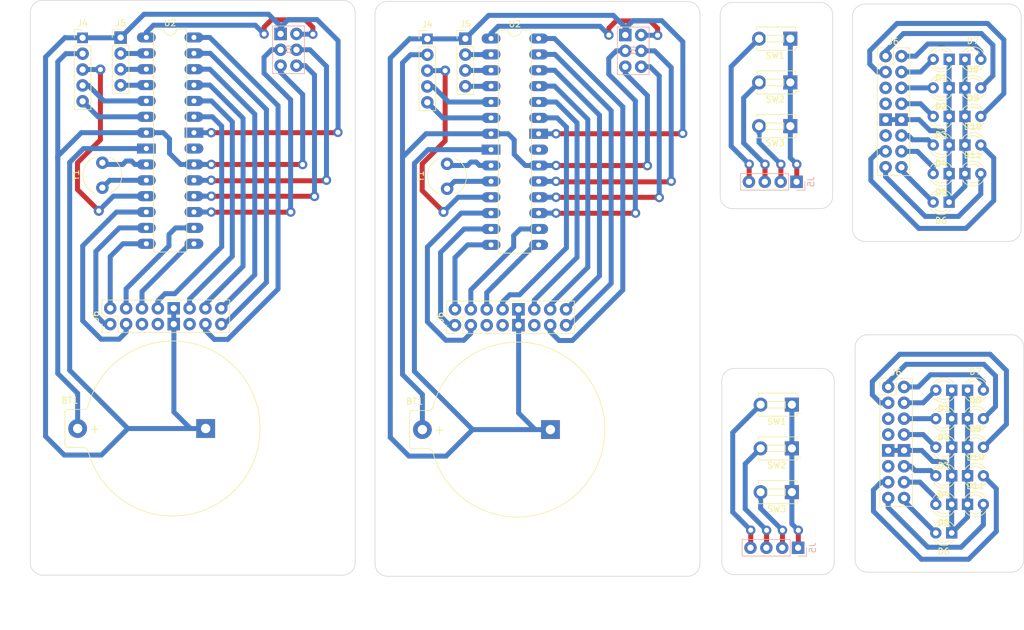
<source format=kicad_pcb>
(kicad_pcb (version 20240108) (generator "pcbnew") (generator_version "8.0")
  (title_block (title "Leiterplattenplan Binäruhr V5") (date "2024-02-01"))
  (layers (0 "F.Cu" signal) (31 "B.Cu" signal) (34 "B.Paste" user) (35 "F.Paste" user) (36 "B.SilkS" user "B.Silkscreen") (37 "F.SilkS" user "F.Silkscreen") (38 "B.Mask" user) (39 "F.Mask" user) (44 "Edge.Cuts" user))
  (net 0 "")
  (footprint "LED_THT:LED_D3.0mm" (layer "F.Cu") (at 215.879214 129.7975 180)
    (property "Reference" "D1")
    (property "Value" "LED")
  )
  (footprint "ownlibery:SW_PUSH_THT_6.2x6.2_5mm" (layer "F.Cu") (at 191.298238 132.1244 180)
    (property "Reference" "SW1")
    (property "Value" "SW_Push" (hide yes))
  )
  (footprint "LED_THT:LED_D3.0mm" (layer "F.Cu") (at 218.409214 148.0855)
    (property "Reference" "D11")
    (property "Value" "LED")
  )
  (footprint "LED_THT:LED_D3.0mm" (layer "F.Cu") (at 217.995 95.144)
    (property "Reference" "D11")
    (property "Value" "LED")
  )
  (footprint "LED_THT:LED_D3.0mm" (layer "F.Cu") (at 215.465 76.856 180)
    (property "Reference" "D1")
    (property "Value" "LED")
  )
  (footprint "LED_THT:LED_D3.0mm" (layer "F.Cu") (at 218.414214 138.9415)
    (property "Reference" "D9")
    (property "Value" "LED")
  )
  (footprint "Battery:BatteryHolder_Keystone_106_1x20mm" (layer "F.Cu") (at 131.166886 136.115786)
    (property "Reference" "BT1")
    (property "Value" "3V")
  )
  (footprint "LED_THT:LED_D3.0mm" (layer "F.Cu") (at 215.46 95.144 180)
    (property "Reference" "D5")
    (property "Value" "LED")
  )
  (footprint "ownlibery:SW_PUSH_THT_6.2x6.2_5mm" (layer "F.Cu") (at 191.298238 139.1244 180)
    (property "Reference" "SW2")
    (property "Value" "SW_Push" (hide yes))
  )
  (footprint "LED_THT:LED_D3.0mm" (layer "F.Cu") (at 215.879214 143.5135 180)
    (property "Reference" "D4")
    (property "Value" "LED")
  )
  (footprint "Package_DIP:DIP-28_W7.62mm" (layer "F.Cu") (at 86.985714 73.358614)
    (property "Reference" "U2")
    (property "Value" "ATmega48-20P")
  )
  (footprint "Connector_PinHeader_2.54mm:PinHeader_2x08_P2.54mm_Vertical" (layer "F.Cu") (at 205.3 76.348)
    (property "Reference" "J6")
    (property "Value" "PinHeader_2x08_P2.54mm_Vertical")
  )
  (footprint "LED_THT:LED_D3.0mm" (layer "F.Cu") (at 215.465 86 180)
    (property "Reference" "D3")
    (property "Value" "LED")
  )
  (footprint "ownlibery:SW_PUSH_THT_6.2x6.2_5mm" (layer "F.Cu") (at 191.298238 146.1244 180)
    (property "Reference" "SW3")
    (property "Value" "SW_Push" (hide yes))
  )
  (footprint "Connector_PinHeader_2.54mm:PinHeader_1x04_P2.54mm_Vertical" (layer "F.Cu") (at 82.870914 73.384014)
    (property "Reference" "J5")
    (property "Value" "PinHeader_1x04_P2.54mm_Vertical")
  )
  (footprint "LED_THT:LED_D3.0mm" (layer "F.Cu") (at 215.879214 138.9415 180)
    (property "Reference" "D3")
    (property "Value" "LED")
  )
  (footprint "LED_THT:LED_D3.0mm" (layer "F.Cu") (at 218.414214 143.5135)
    (property "Reference" "D10")
    (property "Value" "LED")
  )
  (footprint "LED_THT:LED_D3.0mm" (layer "F.Cu") (at 218 76.856)
    (property "Reference" "D7")
    (property "Value" "LED")
  )
  (footprint "LED_THT:LED_D3.0mm" (layer "F.Cu") (at 215.46 81.428 180)
    (property "Reference" "D2")
    (property "Value" "LED")
  )
  (footprint "Connector_PinHeader_2.54mm:PinHeader_1x05_P2.54mm_Vertical" (layer "F.Cu") (at 131.958886 73.585786)
    (property "Reference" "J4")
    (property "Value" "PinHeader_1x05_P2.54mm_Vertical")
  )
  (footprint "Package_DIP:DIP-28_W7.62mm" (layer "F.Cu") (at 142.157286 73.530186)
    (property "Reference" "U2")
    (property "Value" "ATmega48-20P")
  )
  (footprint "Inductor_THT:L_Radial_D6.0mm_P4.00mm" (layer "F.Cu") (at 135.121486 97.577386 90)
    (property "Reference" "Y1")
    (property "Value" "Crystal")
  )
  (footprint "LED_THT:LED_D3.0mm" (layer "F.Cu") (at 215.46 99.716 180)
    (property "Reference" "D6")
    (property "Value" "LED")
  )
  (footprint "LED_THT:LED_D3.0mm" (layer "F.Cu") (at 218.414214 129.7975)
    (property "Reference" "D7")
    (property "Value" "LED")
  )
  (footprint "LED_THT:LED_D3.0mm" (layer "F.Cu") (at 218 86)
    (property "Reference" "D9")
    (property "Value" "LED")
  )
  (footprint "ownlibery:SW_PUSH_THT_6.2x6.2_5mm" (layer "F.Cu") (at 191.048238 87.5544 180)
    (property "Reference" "SW3")
    (property "Value" "SW_Push" (hide yes))
  )
  (footprint "LED_THT:LED_D3.0mm" (layer "F.Cu") (at 215.874214 152.6575 180)
    (property "Reference" "D6")
    (property "Value" "LED")
  )
  (footprint "Battery:BatteryHolder_Keystone_106_1x20mm" (layer "F.Cu") (at 75.995314 135.944214)
    (property "Reference" "BT1")
    (property "Value" "3V")
  )
  (footprint "LED_THT:LED_D3.0mm" (layer "F.Cu") (at 217.995 81.428)
    (property "Reference" "D8")
    (property "Value" "LED")
  )
  (footprint "Connector_PinHeader_2.54mm:PinHeader_2x08_P2.54mm_Vertical" (layer "F.Cu") (at 81.209514 119.236014 90)
    (property "Reference" "J6")
    (property "Value" "PinHeader_2x08_P2.54mm_Vertical")
  )
  (footprint "LED_THT:LED_D3.0mm" (layer "F.Cu") (at 215.874214 148.0855 180)
    (property "Reference" "D5")
    (property "Value" "LED")
  )
  (footprint "Connector_PinHeader_2.54mm:PinHeader_2x08_P2.54mm_Vertical" (layer "F.Cu") (at 136.381086 119.407586 90)
    (property "Reference" "J6")
    (property "Value" "PinHeader_2x08_P2.54mm_Vertical")
  )
  (footprint "Connector_PinHeader_2.54mm:PinHeader_1x04_P2.54mm_Vertical" (layer "F.Cu") (at 138.042486 73.555586)
    (property "Reference" "J5")
    (property "Value" "PinHeader_1x04_P2.54mm_Vertical")
  )
  (footprint "ownlibery:SW_PUSH_THT_6.2x6.2_5mm" (layer "F.Cu") (at 191.048238 80.5544 180)
    (property "Reference" "SW2")
    (property "Value" "SW_Push" (hide yes))
  )
  (footprint "Inductor_THT:L_Radial_D6.0mm_P4.00mm" (layer "F.Cu") (at 79.949914 97.405814 90)
    (property "Reference" "Y1")
    (property "Value" "Crystal")
  )
  (footprint "Connector_PinHeader_2.54mm:PinHeader_2x08_P2.54mm_Vertical" (layer "F.Cu") (at 205.714214 129.2895)
    (property "Reference" "J6")
    (property "Value" "PinHeader_2x08_P2.54mm_Vertical")
  )
  (footprint "LED_THT:LED_D3.0mm" (layer "F.Cu") (at 215.874214 134.3695 180)
    (property "Reference" "D2")
    (property "Value" "LED")
  )
  (footprint "LED_THT:LED_D3.0mm" (layer "F.Cu") (at 218 90.572)
    (property "Reference" "D10")
    (property "Value" "LED")
  )
  (footprint "Connector_PinHeader_2.54mm:PinHeader_1x05_P2.54mm_Vertical" (layer "F.Cu") (at 76.787314 73.414214)
    (property "Reference" "J4")
    (property "Value" "PinHeader_1x05_P2.54mm_Vertical")
  )
  (footprint "LED_THT:LED_D3.0mm" (layer "F.Cu") (at 215.465 90.572 180)
    (property "Reference" "D4")
    (property "Value" "LED")
  )
  (footprint "LED_THT:LED_D3.0mm" (layer "F.Cu") (at 218.409214 134.3695)
    (property "Reference" "D8")
    (property "Value" "LED")
  )
  (footprint "ownlibery:SW_PUSH_THT_6.2x6.2_5mm" (layer "F.Cu") (at 191.048238 73.5544 180)
    (property "Reference" "SW1")
    (property "Value" "SW_Push" (hide yes))
  )
  (footprint "AVR-ISP:AVR-ISP" (layer "B.Cu") (at 109.74 75.33 90)
    (property "Reference" "U1")
    (property "Value" "AVR-ISP")
  )
  (footprint "Connector_PinHeader_2.54mm:PinHeader_1x04_P2.54mm_Vertical" (layer "B.Cu") (at 191.0458 96.4592 90)
    (property "Reference" "J5")
    (property "Value" "PinHeader_1x04_P2.54mm_Vertical")
  )
  (footprint "Connector_PinHeader_2.54mm:PinHeader_1x04_P2.54mm_Vertical" (layer "B.Cu") (at 191.2958 155.0292 90)
    (property "Reference" "J5")
    (property "Value" "PinHeader_1x04_P2.54mm_Vertical")
  )
  (footprint "AVR-ISP:AVR-ISP" (layer "B.Cu") (at 164.911572 75.501572 90)
    (property "Reference" "U1")
    (property "Value" "AVR-ISP")
  )
  (gr_arc (start 68.414214 69.414214) (mid 69 68) (end 70.414214 67.414214) (stroke (width 0.1)) (layer "Edge.Cuts"))
  (gr_line (start 178.83 98.76) (end 178.83 69.76) (stroke (width 0.1)) (layer "Edge.Cuts"))
  (gr_line (start 120.414214 69.414214) (end 120.414214 157.414214) (stroke (width 0.1)) (layer "Edge.Cuts"))
  (gr_arc (start 70.414214 159.414214) (mid 69 158.828428) (end 68.414214 157.414214) (stroke (width 0.1)) (layer "Edge.Cuts"))
  (gr_line (start 194.83 100.76) (end 180.83 100.76) (stroke (width 0.1)) (layer "Edge.Cuts"))
  (gr_line (start 123.585786 69.585786) (end 123.585786 157.585786) (stroke (width 0.1)) (layer "Edge.Cuts"))
  (gr_arc (start 196.83 98.76) (mid 196.244218 100.174218) (end 194.83 100.76) (stroke (width 0.1)) (layer "Edge.Cuts"))
  (gr_arc (start 173.585786 67.585786) (mid 174.99999 68.171582) (end 175.585786 69.585786) (stroke (width 0.1)) (layer "Edge.Cuts"))
  (gr_line (start 70.414214 159.414214) (end 118.414214 159.414214) (stroke (width 0.1)) (layer "Edge.Cuts"))
  (gr_arc (start 181.08 159.33) (mid 179.665796 158.744204) (end 179.08 157.33) (stroke (width 0.1)) (layer "Edge.Cuts"))
  (gr_arc (start 197.08 157.33) (mid 196.494218 158.744218) (end 195.08 159.33) (stroke (width 0.1)) (layer "Edge.Cuts"))
  (gr_line (start 202 68) (end 225 68) (stroke (width 0.1)) (layer "Edge.Cuts"))
  (gr_line (start 195.08 159.33) (end 181.08 159.33) (stroke (width 0.1)) (layer "Edge.Cuts"))
  (gr_line (start 202 106) (end 225 106) (stroke (width 0.1)) (layer "Edge.Cuts"))
  (gr_arc (start 179.08 128.33) (mid 179.665791 126.915791) (end 181.08 126.33) (stroke (width 0.1)) (layer "Edge.Cuts"))
  (gr_line (start 175.585786 69.585786) (end 175.585786 157.585786) (stroke (width 0.1)) (layer "Edge.Cuts"))
  (gr_line (start 125.585786 159.585786) (end 173.585786 159.585786) (stroke (width 0.1)) (layer "Edge.Cuts"))
  (gr_arc (start 125.585786 159.585786) (mid 124.171562 159.00001) (end 123.585786 157.585786) (stroke (width 0.1)) (layer "Edge.Cuts"))
  (gr_line (start 179.08 157.33) (end 179.08 128.33) (stroke (width 0.1)) (layer "Edge.Cuts"))
  (gr_line (start 173.585786 67.585786) (end 125.585786 67.585786) (stroke (width 0.1)) (layer "Edge.Cuts"))
  (gr_arc (start 123.585786 69.585786) (mid 124.171568 68.171568) (end 125.585786 67.585786) (stroke (width 0.1)) (layer "Edge.Cuts"))
  (gr_arc (start 195.08 126.33) (mid 196.494224 126.915776) (end 197.08 128.33) (stroke (width 0.1)) (layer "Edge.Cuts"))
  (gr_line (start 197.08 128.33) (end 197.08 157.33) (stroke (width 0.1)) (layer "Edge.Cuts"))
  (gr_arc (start 200 70) (mid 200.585789 68.585789) (end 202 68) (stroke (width 0.1)) (layer "Edge.Cuts"))
  (gr_arc (start 120.414214 157.414214) (mid 119.828428 158.828428) (end 118.414214 159.414214) (stroke (width 0.1)) (layer "Edge.Cuts"))
  (gr_arc (start 225 68) (mid 226.414207 68.585793) (end 227 70) (stroke (width 0.1)) (layer "Edge.Cuts"))
  (gr_arc (start 194.83 67.76) (mid 196.244224 68.345776) (end 196.83 69.76) (stroke (width 0.1)) (layer "Edge.Cuts"))
  (gr_arc (start 225.414214 120.9415) (mid 226.828428 121.527286) (end 227.414214 122.9415) (stroke (width 0.1)) (layer "Edge.Cuts"))
  (gr_line (start 118.414214 67.414214) (end 70.414214 67.414214) (stroke (width 0.1)) (layer "Edge.Cuts"))
  (gr_arc (start 202 106) (mid 200.585779 105.414221) (end 200 104) (stroke (width 0.1)) (layer "Edge.Cuts"))
  (gr_line (start 181.08 126.33) (end 195.080001 126.329999) (stroke (width 0.1)) (layer "Edge.Cuts"))
  (gr_arc (start 202.414214 158.9415) (mid 201 158.355714) (end 200.414214 156.9415) (stroke (width 0.1)) (layer "Edge.Cuts"))
  (gr_line (start 196.83 69.76) (end 196.83 98.76) (stroke (width 0.1)) (layer "Edge.Cuts"))
  (gr_line (start 202.414214 120.9415) (end 225.414214 120.9415) (stroke (width 0.1)) (layer "Edge.Cuts"))
  (gr_arc (start 227 104) (mid 226.414216 105.414216) (end 225 106) (stroke (width 0.1)) (layer "Edge.Cuts"))
  (gr_line (start 68.414214 69.414214) (end 68.414214 157.414214) (stroke (width 0.1)) (layer "Edge.Cuts"))
  (gr_line (start 200 104) (end 200 70) (stroke (width 0.1)) (layer "Edge.Cuts"))
  (gr_line (start 202.414214 158.9415) (end 225.414214 158.9415) (stroke (width 0.1)) (layer "Edge.Cuts"))
  (gr_line (start 200.414214 156.9415) (end 200.414214 122.9415) (stroke (width 0.1)) (layer "Edge.Cuts"))
  (gr_arc (start 180.83 100.76) (mid 179.415796 100.174204) (end 178.83 98.76) (stroke (width 0.1)) (layer "Edge.Cuts"))
  (gr_arc (start 227.414214 156.9415) (mid 226.828428 158.355714) (end 225.414214 158.9415) (stroke (width 0.1)) (layer "Edge.Cuts"))
  (gr_arc (start 178.83 69.76) (mid 179.415791 68.345791) (end 180.83 67.76) (stroke (width 0.1)) (layer "Edge.Cuts"))
  (gr_arc (start 118.414214 67.414214) (mid 119.82842 68.000007) (end 120.414214 69.414214) (stroke (width 0.1)) (layer "Edge.Cuts"))
  (gr_arc (start 200.414214 122.9415) (mid 201 121.527286) (end 202.414214 120.9415) (stroke (width 0.1)) (layer "Edge.Cuts"))
  (gr_line (start 227.414214 122.9415) (end 227.414214 156.9415) (stroke (width 0.1)) (layer "Edge.Cuts"))
  (gr_line (start 227 70) (end 227 104) (stroke (width 0.1)) (layer "Edge.Cuts"))
  (gr_line (start 180.83 67.76) (end 194.830001 67.759999) (stroke (width 0.1)) (layer "Edge.Cuts"))
  (gr_arc (start 175.585786 157.585786) (mid 174.999995 158.999995) (end 173.585786 159.585786) (stroke (width 0.1)) (layer "Edge.Cuts"))
  (segment (start 188.7558 155.0292) (end 188.7912 154.9938) (width 0.8) (layer "F.Cu") (net 0))
  (segment (start 152.563886 93.855786) (end 152.558286 93.850186) (width 0.8) (layer "F.Cu") (net 0))
  (segment (start 97.381114 88.594214) (end 117.596714 88.594214) (width 0.8) (layer "F.Cu") (net 0))
  (segment (start 79.382014 101.108914) (end 75.967314 97.694214) (width 0.8) (layer "F.Cu") (net 0))
  (segment (start 105.84 71.7) (end 107 70.54) (width 0.8) (layer "F.Cu") (net 0))
  (segment (start 152.548286 88.770186) (end 152.552686 88.765786) (width 0.8) (layer "F.Cu") (net 0))
  (segment (start 168.811572 71.911572) (end 168.811572 73.011572) (width 0.8) (layer "F.Cu") (net 0))
  (segment (start 113.64 71.74) (end 113.64 72.84) (width 0.8) (layer "F.Cu") (net 0))
  (segment (start 79.637314 89.734214) (end 79.637314 78.494214) (width 0.8) (layer "F.Cu") (net 0))
  (segment (start 152.548286 101.470186) (end 152.573686 101.495586) (width 0.8) (layer "F.Cu") (net 0))
  (segment (start 188.7912 154.9938) (end 188.7912 152.2342) (width 0.8) (layer "F.Cu") (net 0))
  (segment (start 188.5412 96.4238) (end 188.5412 93.6642) (width 0.8) (layer "F.Cu") (net 0))
  (segment (start 186.0012 96.4238) (end 186.0012 93.6642) (width 0.8) (layer "F.Cu") (net 0))
  (segment (start 97.402114 101.324014) (end 110.075986 101.324014) (width 0.8) (layer "F.Cu") (net 0))
  (segment (start 152.552686 88.765786) (end 172.768286 88.765786) (width 0.8) (layer "F.Cu") (net 0))
  (segment (start 183.4258 96.4592) (end 183.4612 96.4238) (width 0.8) (layer "F.Cu") (net 0))
  (segment (start 117.596714 88.594214) (end 117.646714 88.544214) (width 0.8) (layer "F.Cu") (net 0))
  (segment (start 162.171572 70.711572) (end 167.611572 70.711572) (width 0.8) (layer "F.Cu") (net 0))
  (segment (start 167.171572 93.871572) (end 167.155786 93.855786) (width 0.8) (layer "F.Cu") (net 0))
  (segment (start 111.984214 93.684214) (end 97.392314 93.684214) (width 0.8) (layer "F.Cu") (net 0))
  (segment (start 107 70.54) (end 112.44 70.54) (width 0.8) (layer "F.Cu") (net 0))
  (segment (start 183.6758 155.0292) (end 183.7112 154.9938) (width 0.8) (layer "F.Cu") (net 0))
  (segment (start 75.967314 93.404214) (end 79.637314 89.734214) (width 0.8) (layer "F.Cu") (net 0))
  (segment (start 112.44 70.54) (end 113.64 71.74) (width 0.8) (layer "F.Cu") (net 0))
  (segment (start 115.816714 96.2) (end 115.7225 96.294214) (width 0.8) (layer "F.Cu") (net 0))
  (segment (start 152.573686 101.495586) (end 165.247558 101.495586) (width 0.8) (layer "F.Cu") (net 0))
  (segment (start 170.894072 96.465786) (end 152.623886 96.465786) (width 0.8) (layer "F.Cu") (net 0))
  (segment (start 105.84 72.81) (end 105.84 71.7) (width 0.8) (layer "F.Cu") (net 0))
  (segment (start 188.5058 96.4592) (end 188.5412 96.4238) (width 0.8) (layer "F.Cu") (net 0))
  (segment (start 134.553586 101.280486) (end 131.138886 97.865786) (width 0.8) (layer "F.Cu") (net 0))
  (segment (start 183.4612 96.4238) (end 183.4612 93.6388) (width 0.8) (layer "F.Cu") (net 0))
  (segment (start 161.011572 71.871572) (end 162.171572 70.711572) (width 0.8) (layer "F.Cu") (net 0))
  (segment (start 97.392314 93.684214) (end 97.386714 93.678614) (width 0.8) (layer "F.Cu") (net 0))
  (segment (start 115.7225 96.294214) (end 97.452314 96.294214) (width 0.8) (layer "F.Cu") (net 0))
  (segment (start 161.011572 72.981572) (end 161.011572 71.871572) (width 0.8) (layer "F.Cu") (net 0))
  (segment (start 191.2958 155.0292) (end 191.3312 154.9938) (width 0.8) (layer "F.Cu") (net 0))
  (segment (start 113.874214 98.774214) (end 113.9 98.8) (width 0.8) (layer "F.Cu") (net 0))
  (segment (start 97.376714 101.298614) (end 97.402114 101.324014) (width 0.8) (layer "F.Cu") (net 0))
  (segment (start 186.2512 154.9938) (end 186.2512 152.2342) (width 0.8) (layer "F.Cu") (net 0))
  (segment (start 172.768286 88.765786) (end 172.818286 88.715786) (width 0.8) (layer "F.Cu") (net 0))
  (segment (start 186.2158 155.0292) (end 186.2512 154.9938) (width 0.8) (layer "F.Cu") (net 0))
  (segment (start 167.611572 70.711572) (end 168.811572 71.911572) (width 0.8) (layer "F.Cu") (net 0))
  (segment (start 167.155786 93.855786) (end 152.563886 93.855786) (width 0.8) (layer "F.Cu") (net 0))
  (segment (start 110.075986 101.324014) (end 110.1 101.3) (width 0.8) (layer "F.Cu") (net 0))
  (segment (start 131.138886 97.865786) (end 131.138886 93.575786) (width 0.8) (layer "F.Cu") (net 0))
  (segment (start 75.967314 97.694214) (end 75.967314 93.404214) (width 0.8) (layer "F.Cu") (net 0))
  (segment (start 152.558286 98.930186) (end 152.573886 98.945786) (width 0.8) (layer "F.Cu") (net 0))
  (segment (start 152.623886 96.465786) (end 152.548286 96.390186) (width 0.8) (layer "F.Cu") (net 0))
  (segment (start 191.0458 96.4592) (end 191.0812 96.4238) (width 0.8) (layer "F.Cu") (net 0))
  (segment (start 169.045786 98.945786) (end 169.071572 98.971572) (width 0.8) (layer "F.Cu") (net 0))
  (segment (start 170.988286 96.371572) (end 170.894072 96.465786) (width 0.8) (layer "F.Cu") (net 0))
  (segment (start 112 93.7) (end 111.984214 93.684214) (width 0.8) (layer "F.Cu") (net 0))
  (segment (start 131.138886 93.575786) (end 134.808886 89.905786) (width 0.8) (layer "F.Cu") (net 0))
  (segment (start 185.9658 96.4592) (end 186.0012 96.4238) (width 0.8) (layer "F.Cu") (net 0))
  (segment (start 183.7112 154.9938) (end 183.7112 152.2088) (width 0.8) (layer "F.Cu") (net 0))
  (segment (start 97.402314 98.774214) (end 113.874214 98.774214) (width 0.8) (layer "F.Cu") (net 0))
  (segment (start 191.0812 96.4238) (end 191.0812 93.6642) (width 0.8) (layer "F.Cu") (net 0))
  (segment (start 97.386714 98.758614) (end 97.402314 98.774214) (width 0.8) (layer "F.Cu") (net 0))
  (segment (start 152.573886 98.945786) (end 169.045786 98.945786) (width 0.8) (layer "F.Cu") (net 0))
  (segment (start 165.247558 101.495586) (end 165.271572 101.471572) (width 0.8) (layer "F.Cu") (net 0))
  (segment (start 97.376714 88.598614) (end 97.381114 88.594214) (width 0.8) (layer "F.Cu") (net 0))
  (segment (start 97.452314 96.294214) (end 97.376714 96.218614) (width 0.8) (layer "F.Cu") (net 0))
  (segment (start 134.808886 89.905786) (end 134.808886 78.665786) (width 0.8) (layer "F.Cu") (net 0))
  (segment (start 191.3312 154.9938) (end 191.3312 152.2342) (width 0.8) (layer "F.Cu") (net 0))
  (via (at 183.4612 93.6388) (size 1.5) (drill 0.8) (layers "F.Cu" "B.Cu") (net 0))
  (via (at 170.988286 96.371572) (size 1.5) (drill 0.8) (layers "F.Cu" "B.Cu") (net 0))
  (via (at 167.171572 93.871572) (size 1.5) (drill 0.8) (layers "F.Cu" "B.Cu") (net 0))
  (via (at 117.646714 88.544214) (size 1.5) (drill 0.8) (layers "F.Cu" "B.Cu") (net 0))
  (via (at 152.548286 101.470186) (size 1.5) (drill 0.8) (layers "F.Cu" "B.Cu") (net 0))
  (via (at 134.553586 101.280486) (size 1.6) (drill 0.8) (layers "F.Cu" "B.Cu") (net 0))
  (via (at 186.0012 93.6642) (size 1.5) (drill 0.8) (layers "F.Cu" "B.Cu") (net 0))
  (via (at 152.548286 96.390186) (size 1.5) (drill 0.8) (layers "F.Cu" "B.Cu") (net 0))
  (via (at 97.386714 98.758614) (size 1.5) (drill 0.8) (layers "F.Cu" "B.Cu") (net 0))
  (via (at 188.7912 152.2342) (size 1.5) (drill 0.8) (layers "F.Cu" "B.Cu") (net 0))
  (via (at 134.808886 78.665786) (size 1.6) (drill 0.8) (layers "F.Cu" "B.Cu") (net 0))
  (via (at 186.2512 152.2342) (size 1.5) (drill 0.8) (layers "F.Cu" "B.Cu") (net 0))
  (via (at 79.637314 78.494214) (size 1.6) (drill 0.8) (layers "F.Cu" "B.Cu") (net 0))
  (via (at 97.386714 93.678614) (size 1.5) (drill 0.8) (layers "F.Cu" "B.Cu") (net 0))
  (via (at 168.811572 73.011572) (size 1.5) (drill 0.8) (layers "F.Cu" "B.Cu") (net 0))
  (via (at 183.7112 152.2088) (size 1.5) (drill 0.8) (layers "F.Cu" "B.Cu") (net 0))
  (via (at 105.84 72.81) (size 1.5) (drill 0.8) (layers "F.Cu" "B.Cu") (net 0))
  (via (at 152.548286 88.770186) (size 1.5) (drill 0.8) (layers "F.Cu" "B.Cu") (net 0))
  (via (at 115.816714 96.2) (size 1.5) (drill 0.8) (layers "F.Cu" "B.Cu") (net 0))
  (via (at 97.376714 101.298614) (size 1.5) (drill 0.8) (layers "F.Cu" "B.Cu") (net 0))
  (via (at 79.382014 101.108914) (size 1.6) (drill 0.8) (layers "F.Cu" "B.Cu") (net 0))
  (via (at 113.9 98.8) (size 1.5) (drill 0.8) (layers "F.Cu" "B.Cu") (net 0))
  (via (at 152.558286 98.930186) (size 1.5) (drill 0.8) (layers "F.Cu" "B.Cu") (net 0))
  (via (at 110.1 101.3) (size 1.5) (drill 0.8) (layers "F.Cu" "B.Cu") (net 0))
  (via (at 97.376714 96.218614) (size 1.5) (drill 0.8) (layers "F.Cu" "B.Cu") (net 0))
  (via (at 112 93.7) (size 1.5) (drill 0.8) (layers "F.Cu" "B.Cu") (net 0))
  (via (at 161.011572 72.981572) (size 1.5) (drill 0.8) (layers "F.Cu" "B.Cu") (net 0))
  (via (at 113.64 72.84) (size 1.5) (drill 0.8) (layers "F.Cu" "B.Cu") (net 0))
  (via (at 165.271572 101.471572) (size 1.5) (drill 0.8) (layers "F.Cu" "B.Cu") (net 0))
  (via (at 169.071572 98.971572) (size 1.5) (drill 0.8) (layers "F.Cu" "B.Cu") (net 0))
  (via (at 188.5412 93.6642) (size 1.5) (drill 0.8) (layers "F.Cu" "B.Cu") (net 0))
  (via (at 191.3312 152.2342) (size 1.5) (drill 0.8) (layers "F.Cu" "B.Cu") (net 0))
  (via (at 191.0812 93.6642) (size 1.5) (drill 0.8) (layers "F.Cu" "B.Cu") (net 0))
  (via (at 97.376714 88.598614) (size 1.5) (drill 0.8) (layers "F.Cu" "B.Cu") (net 0))
  (via (at 172.818286 88.715786) (size 1.5) (drill 0.8) (layers "F.Cu" "B.Cu") (net 0))
  (via (at 152.558286 93.850186) (size 1.5) (drill 0.8) (layers "F.Cu" "B.Cu") (net 0))
  (segment (start 129.889086 93.519986) (end 129.889086 126.800186) (width 0.8) (layer "B.Cu") (net 0))
  (segment (start 70.856714 76.484814) (end 70.856714 137.195014) (width 0.8) (layer "B.Cu") (net 0))
  (segment (start 166.181572 78.041572) (end 167.591572 78.041572) (width 0.8) (layer "B.Cu") (net 0))
  (segment (start 165.248286 101.448286) (end 165.248286 83.495786) (width 0.8) (layer "B.Cu") (net 0))
  (segment (start 112 93.7) (end 112.006714 93.693286) (width 0.8) (layer "B.Cu") (net 0))
  (segment (start 215.879214 148.0805) (end 215.879214 142.4035) (width 0.8) (layer "B.Cu") (net 0))
  (segment (start 86.985714 83.518614) (end 80.191114 83.518614) (width 0.8) (layer "B.Cu") (net 0))
  (segment (start 209.618 89.7338) (end 212.0868 89.7338) (width 0.8) (layer "B.Cu") (net 0))
  (segment (start 163.238286 84.455786) (end 152.312686 73.530186) (width 0.8) (layer "B.Cu") (net 0))
  (segment (start 144.001086 115.692986) (end 145.158286 114.535786) (width 0.8) (layer "B.Cu") (net 0))
  (segment (start 182.5812 90.2442) (end 182.5812 83.021438) (width 0.8) (layer "B.Cu") (net 0))
  (segment (start 214.177214 141.2135) (end 214.689214 141.2135) (width 0.8) (layer "B.Cu") (net 0))
  (segment (start 183.7112 152.2088) (end 180.8312 149.3288) (width 0.8) (layer "B.Cu") (net 0))
  (segment (start 94.605714 75.898614) (end 97.211114 75.898614) (width 0.8) (layer "B.Cu") (net 0))
  (segment (start 135.394286 93.850186) (end 138.378286 93.850186) (width 0.8) (layer "B.Cu") (net 0))
  (segment (start 203.174214 128.4259) (end 207.536614 124.0635) (width 0.8) (layer "B.Cu") (net 0))
  (segment (start 141.461086 114.202986) (end 149.113886 106.550186) (width 0.8) (layer "B.Cu") (net 0))
  (segment (start 151.621086 116.162986) (end 151.621086 116.867586) (width 0.8) (layer "B.Cu") (net 0))
  (segment (start 97.151114 80.978614) (end 102.466714 86.294214) (width 0.8) (layer "B.Cu") (net 0))
  (segment (start 138.925922 93.302549) (end 139.778286 93.302549) (width 0.8) (layer "B.Cu") (net 0))
  (segment (start 211.027214 156.8635) (end 203.352014 149.1883) (width 0.8) (layer "B.Cu") (net 0))
  (segment (start 215.46 95.144) (end 215.46 99.716) (width 0.8) (layer "B.Cu") (net 0))
  (segment (start 132.098886 91.310186) (end 129.889086 93.519986) (width 0.8) (layer "B.Cu") (net 0))
  (segment (start 218.409214 143.5185) (end 218.414214 143.5135) (width 0.8) (layer "B.Cu") (net 0))
  (segment (start 138.378286 93.850186) (end 138.925922 93.302549) (width 0.8) (layer "B.Cu") (net 0))
  (segment (start 155.918286 108.555786) (end 155.918286 87.035786) (width 0.8) (layer "B.Cu") (net 0))
  (segment (start 212.847614 141.2235) (end 214.167214 141.2235) (width 0.8) (layer "B.Cu") (net 0))
  (segment (start 205.3 76.348) (end 205.3 75.586) (width 0.8) (layer "B.Cu") (net 0))
  (segment (start 97.376714 88.598614) (end 94.605714 88.598614) (width 0.8) (layer "B.Cu") (net 0))
  (segment (start 169.071572 79.521572) (end 169.071572 98.971572) (width 0.8) (layer "B.Cu") (net 0))
  (segment (start 136.893886 98.930186) (end 142.157286 98.930186) (width 0.8) (layer "B.Cu") (net 0))
  (segment (start 152.548286 101.470186) (end 149.777286 101.470186) (width 0.8) (layer "B.Cu") (net 0))
  (segment (start 110.076714 101.276714) (end 110.076714 83.324214) (width 0.8) (layer "B.Cu") (net 0))
  (segment (start 126.028286 137.366586) (end 129.019286 140.357586) (width 0.8) (layer "B.Cu") (net 0))
  (segment (start 212.92 94.128) (end 212.92 95.144) (width 0.8) (layer "B.Cu") (net 0))
  (segment (start 90.694114 89.589214) (end 89.703514 88.598614) (width 0.8) (layer "B.Cu") (net 0))
  (segment (start 97.151114 78.438614) (end 104.336714 85.624214) (width 0.8) (layer "B.Cu") (net 0))
  (segment (start 169.071572 98.971572) (end 169.128286 99.028286) (width 0.8) (layer "B.Cu") (net 0))
  (segment (start 149.081086 115.392986) (end 155.918286 108.555786) (width 0.8) (layer "B.Cu") (net 0))
  (segment (start 215.46 81.428) (end 215.46 76.861) (width 0.8) (layer "B.Cu") (net 0))
  (segment (start 136.381086 108.592586) (end 138.423486 106.550186) (width 0.8) (layer "B.Cu") (net 0))
  (segment (start 204.03 78.888) (end 202.76 77.618) (width 0.8) (layer "B.Cu") (net 0))
  (segment (start 83.749514 119.236014) (end 83.749514 120.521414) (width 0.8) (layer "B.Cu") (net 0))
  (segment (start 167.591572 78.041572) (end 169.071572 79.521572) (width 0.8) (layer "B.Cu") (net 0))
  (segment (start 145.158286 114.535786) (end 146.708286 114.535786) (width 0.8) (layer "B.Cu") (net 0))
  (segment (start 141.461086 116.867586) (end 141.461086 114.202986) (width 0.8) (layer "B.Cu") (net 0))
  (segment (start 129.889086 126.800186) (end 139.204686 136.115786) (width 0.8) (layer "B.Cu") (net 0))
  (segment (start 94.605714 103.838614) (end 91.662314 103.838614) (width 0.8) (layer "B.Cu") (net 0))
  (segment (start 212.501014 142.6753) (end 213.339214 143.5135) (width 0.8) (layer "B.Cu") (net 0))
  (segment (start 214.689214 141.2135) (end 215.879214 142.4035) (width 0.8) (layer "B.Cu") (net 0))
  (segment (start 222.473 79.49) (end 220.535 81.428) (width 0.8) (layer "B.Cu") (net 0))
  (segment (start 79.746914 121.644214) (end 76.800314 118.697614) (width 0.8) (layer "B.Cu") (net 0))
  (segment (start 142.131886 81.175586) (end 142.157286 81.150186) (width 0.8) (layer "B.Cu") (net 0))
  (segment (start 129.129086 73.555586) (end 126.028286 76.656386) (width 0.8) (layer "B.Cu") (net 0))
  (segment (start 144.875086 88.770186) (end 131.753886 88.770186) (width 0.8) (layer "B.Cu") (net 0))
  (segment (start 113.64 72.84) (end 111.06 72.84) (width 0.8) (layer "B.Cu") (net 0))
  (segment (start 79.949914 93.405814) (end 80.222714 93.678614) (width 0.8) (layer "B.Cu") (net 0))
  (segment (start 91.3962 119.2627) (end 91.3962 133.2962) (width 0.8) (layer "B.Cu") (net 0))
  (segment (start 136.381086 119.407586) (end 135.510086 119.407586) (width 0.8) (layer "B.Cu") (net 0))
  (segment (start 155.918286 87.035786) (end 152.572686 83.690186) (width 0.8) (layer "B.Cu") (net 0))
  (segment (start 220.949214 148.0855) (end 220.949214 151.3615) (width 0.8) (layer "B.Cu") (net 0))
  (segment (start 106.550214 69.650214) (end 86.604714 69.650214) (width 0.8) (layer "B.Cu") (net 0))
  (segment (start 146.541086 119.407586) (end 146.541086 116.867586) (width 0.8) (layer "B.Cu") (net 0))
  (segment (start 83.206714 93.678614) (end 83.75435 93.130977) (width 0.8) (layer "B.Cu") (net 0))
  (segment (start 223.017214 145.5765) (end 223.017214 152.4235) (width 0.8) (layer "B.Cu") (net 0))
  (segment (start 74.717514 126.628614) (end 84.033114 135.944214) (width 0.8) (layer "B.Cu") (net 0))
  (segment (start 165.271572 101.471572) (end 165.248286 101.448286) (width 0.8) (layer "B.Cu") (net 0))
  (segment (start 165.248286 83.495786) (end 160.991572 79.239072) (width 0.8) (layer "B.Cu") (net 0))
  (segment (start 129.019286 140.357586) (end 134.962886 140.357586) (width 0.8) (layer "B.Cu") (net 0))
  (segment (start 149.777286 78.610186) (end 152.322686 78.610186) (width 0.8) (layer "B.Cu") (net 0))
  (segment (start 143.300286 71.574386) (end 142.157286 72.717386) (width 0.8) (layer "B.Cu") (net 0))
  (segment (start 131.971886 118.869186) (end 131.971886 106.880386) (width 0.8) (layer "B.Cu") (net 0))
  (segment (start 149.113886 106.550186) (end 149.777286 106.550186) (width 0.8) (layer "B.Cu") (net 0))
  (segment (start 167.178286 93.864858) (end 167.178286 82.655786) (width 0.8) (layer "B.Cu") (net 0))
  (segment (start 203.174214 130.5595) (end 203.174214 128.4259) (width 0.8) (layer "B.Cu") (net 0))
  (segment (start 215.879214 134.3745) (end 215.874214 134.3695) (width 0.8) (layer "B.Cu") (net 0))
  (segment (start 110.1 101.3) (end 110.076714 101.276714) (width 0.8) (layer "B.Cu") (net 0))
  (segment (start 207.84 76.348) (end 210.107 76.348) (width 0.8) (layer "B.Cu") (net 0))
  (segment (start 205.3 95.652) (end 205.3 94.128) (width 0.8) (layer "B.Cu") (net 0))
  (segment (start 218 81.433) (end 217.995 81.428) (width 0.8) (layer "B.Cu") (net 0))
  (segment (start 215.465 89.462) (end 215.465 88.322) (width 0.8) (layer "B.Cu") (net 0))
  (segment (start 86.604714 69.650214) (end 82.840714 73.414214) (width 0.8) (layer "B.Cu") (net 0))
  (segment (start 137.798286 121.815786) (end 134.918486 121.815786) (width 0.8) (layer "B.Cu") (net 0))
  (segment (start 72.812514 92.368414) (end 72.812514 92.989014) (width 0.8) (layer "B.Cu") (net 0))
  (segment (start 205.714214 128.5275) (end 208.568214 125.6735) (width 0.8) (layer "B.Cu") (net 0))
  (segment (start 154.218286 87.715786) (end 152.732686 86.230186) (width 0.8) (layer "B.Cu") (net 0))
  (segment (start 185.298238 146.1244) (end 185.298238 148.741238) (width 0.8) (layer "B.Cu") (net 0))
  (segment (start 218.163 103.922) (end 210.613 103.922) (width 0.8) (layer "B.Cu") (net 0))
  (segment (start 152.312686 73.530186) (end 149.777286 73.530186) (width 0.8) (layer "B.Cu") (net 0))
  (segment (start 86.289514 116.696014) (end 86.289514 114.031414) (width 0.8) (layer "B.Cu") (net 0))
  (segment (start 135.510086 119.407586) (end 134.078286 117.975786) (width 0.8) (layer "B.Cu") (net 0))
  (segment (start 127.984086 127.308186) (end 127.984086 77.410586) (width 0.8) (layer "B.Cu") (net 0))
  (segment (start 99.524914 119.236014) (end 98.989514 119.236014) (width 0.8) (layer "B.Cu") (net 0))
  (segment (start 142.157286 86.230186) (end 134.443286 86.230186) (width 0.8) (layer "B.Cu") (net 0))
  (segment (start 74.717514 93.348414) (end 74.717514 126.628614) (width 0.8) (layer "B.Cu") (net 0))
  (segment (start 223.017214 152.4235) (end 218.577214 156.8635) (width 0.8) (layer "B.Cu") (net 0))
  (segment (start 108.066714 84.284214) (end 97.141114 73.358614) (width 0.8) (layer "B.Cu") (net 0))
  (segment (start 86.289514 114.031414) (end 93.942314 106.378614) (width 0.8) (layer "B.Cu") (net 0))
  (segment (start 89.703514 88.598614) (end 76.582314 88.598614) (width 0.8) (layer "B.Cu") (net 0))
  (segment (start 104.336714 111.354214) (end 99.045714 116.645214) (width 0.8) (layer "B.Cu") (net 0))
  (segment (start 190.048238 92.631238) (end 191.0812 93.6642) (width 0.8) (layer "B.Cu") (net 0))
  (segment (start 203.352014 145.7687) (end 204.591214 144.5295) (width 0.8) (layer "B.Cu") (net 0))
  (segment (start 80.222714 93.678614) (end 83.206714 93.678614) (width 0.8) (layer "B.Cu") (net 0))
  (segment (start 113.16 75.33) (end 111.01 75.33) (width 0.8) (layer "B.Cu") (net 0))
  (segment (start 131.166886 130.490986) (end 127.984086 127.308186) (width 0.8) (layer "B.Cu") (net 0))
  (segment (start 72.812514 77.239014) (end 74.097314 75.954214) (width 0.8) (layer "B.Cu") (net 0))
  (segment (start 117.676714 88.514214) (end 117.676714 73.876714) (width 0.8) (layer "B.Cu") (net 0))
  (segment (start 88.128714 71.402814) (end 86.985714 72.545814) (width 0.8) (layer "B.Cu") (net 0))
  (segment (start 136.308686 96.390186) (end 142.157286 96.390186) (width 0.8) (layer "B.Cu") (net 0))
  (segment (start 138.042486 78.635586) (end 142.131886 78.635586) (width 0.8) (layer "B.Cu") (net 0))
  (segment (start 161.011572 72.981572) (end 159.604386 71.574386) (width 0.8) (layer "B.Cu") (net 0))
  (segment (start 79.382014 101.098914) (end 81.722314 98.758614) (width 0.8) (layer "B.Cu") (net 0))
  (segment (start 212.053 74.402) (end 219.343 74.402) (width 0.8) (layer "B.Cu") (net 0))
  (segment (start 207.84 83.968) (end 210.893 83.968) (width 0.8) (layer "B.Cu") (net 0))
  (segment (start 98.989514 116.696014) (end 99.071114 116.696014) (width 0.8) (layer "B.Cu") (net 0))
  (segment (start 146.708286 114.535786) (end 154.218286 107.025786) (width 0.8) (layer "B.Cu") (net 0))
  (segment (start 91.369514 119.236014) (end 91.3962 119.2627) (width 0.8) (layer "B.Cu") (net 0))
  (segment (start 145.865686 89.760786) (end 144.875086 88.770186) (width 0.8) (layer "B.Cu") (net 0))
  (segment (start 210.613 103.922) (end 202.9378 96.2468) (width 0.8) (layer "B.Cu") (net 0))
  (segment (start 131.971886 106.880386) (end 137.382086 101.470186) (width 0.8) (layer "B.Cu") (net 0))
  (segment (start 80.191114 83.518614) (end 77.706714 81.034214) (width 0.8) (layer "B.Cu") (net 0))
  (segment (start 137.839286 104.010186) (end 142.157286 104.010186) (width 0.8) (layer "B.Cu") (net 0))
  (segment (start 213.763 88.272) (end 214.275 88.272) (width 0.8) (layer "B.Cu") (net 0))
  (segment (start 207.84 81.428) (end 212.92 81.428) (width 0.8) (layer "B.Cu") (net 0))
  (segment (start 83.75435 93.130977) (end 84.606714 93.130977) (width 0.8) (layer "B.Cu") (net 0))
  (segment (start 202.76 77.618) (end 202.76 75.4844) (width 0.8) (layer "B.Cu") (net 0))
  (segment (start 88.829514 115.521414) (end 89.986714 114.364214) (width 0.8) (layer "B.Cu") (net 0))
  (segment (start 96.449514 115.991414) (end 96.449514 116.696014) (width 0.8) (layer "B.Cu") (net 0))
  (segment (start 131.958886 78.665786) (end 134.808886 78.665786) (width 0.8) (layer "B.Cu") (net 0))
  (segment (start 100.746714 108.384214) (end 100.746714 86.864214) (width 0.8) (layer "B.Cu") (net 0))
  (segment (start 70.856714 137.195014) (end 73.847714 140.186014) (width 0.8) (layer "B.Cu") (net 0))
  (segment (start 134.553586 101.270486) (end 136.893886 98.930186) (width 0.8) (layer "B.Cu") (net 0))
  (segment (start 81.209514 108.421014) (end 83.251914 106.378614) (width 0.8) (layer "B.Cu") (net 0))
  (segment (start 220.954214 128.5405) (end 220.954214 129.7975) (width 0.8) (layer "B.Cu") (net 0))
  (segment (start 190.048238 87.5544) (end 190.048238 92.631238) (width 0.8) (layer "B.Cu") (net 0))
  (segment (start 215.874214 148.0855) (end 215.874214 152.6575) (width 0.8) (layer "B.Cu") (net 0))
  (segment (start 113.9 79.35) (end 113.9 98.8) (width 0.8) (layer "B.Cu") (net 0))
  (segment (start 154.696486 119.407586) (end 154.161086 119.407586) (width 0.8) (layer "B.Cu") (net 0))
  (segment (start 152.382686 76.070186) (end 161.378286 85.065786) (width 0.8) (layer "B.Cu") (net 0))
  (segment (start 208.254214 131.8295) (end 211.307214 131.8295) (width 0.8) (layer "B.Cu") (net 0))
  (segment (start 78.906714 117.804214) (end 78.906714 107.599614) (width 0.8) (layer "B.Cu") (net 0))
  (segment (start 91.3962 133.2962) (end 94 135.9) (width 0.8) (layer "B.Cu") (net 0))
  (segment (start 81.137114 96.218614) (end 86.985714 96.218614) (width 0.8) (layer "B.Cu") (net 0))
  (segment (start 202.9378 96.2468) (end 202.9378 92.8272) (width 0.8) (layer "B.Cu") (net 0))
  (segment (start 221.037214 125.6735) (end 222.887214 127.5235) (width 0.8) (layer "B.Cu") (net 0))
  (segment (start 82.667714 103.838614) (end 86.985714 103.838614) (width 0.8) (layer "B.Cu") (net 0))
  (segment (start 215.465 81.433) (end 215.46 81.428) (width 0.8) (layer "B.Cu") (net 0))
  (segment (start 102.466714 109.974214) (end 96.449514 115.991414) (width 0.8) (layer "B.Cu") (net 0))
  (segment (start 222.037214 124.0635) (end 224.637214 126.6635) (width 0.8) (layer "B.Cu") (net 0))
  (segment (start 152.322686 78.610186) (end 159.508286 85.795786) (width 0.8) (layer "B.Cu") (net 0))
  (segment (start 131.753886 88.770186) (end 127.984086 92.539986) (width 0.8) (layer "B.Cu") (net 0))
  (segment (start 105.82 76.530328) (end 107.020328 75.33) (width 0.8) (layer "B.Cu") (net 0))
  (segment (start 210.107 76.348) (end 212.053 74.402) (width 0.8) (layer "B.Cu") (net 0))
  (segment (start 210.38 91.588) (end 212.92 94.128) (width 0.8) (layer "B.Cu") (net 0))
  (segment (start 138.042486 81.175586) (end 142.131886 81.175586) (width 0.8) (layer "B.Cu") (net 0))
  (segment (start 166.231572 73.011572) (end 166.181572 72.961572) (width 0.8) (layer "B.Cu") (net 0))
  (segment (start 79.949914 97.405814) (end 81.137114 96.218614) (width 0.8) (layer "B.Cu") (net 0))
  (segment (start 83.749514 120.521414) (end 82.626714 121.644214) (width 0.8) (layer "B.Cu") (net 0))
  (segment (start 214.167214 141.2235) (end 214.177214 141.2135) (width 0.8) (layer "B.Cu") (net 0))
  (segment (start 190.048238 80.5544) (end 190.048238 87.5544) (width 0.8) (layer "B.Cu") (net 0))
  (segment (start 99.045714 116.645214) (end 99.045714 116.696014) (width 0.8) (layer "B.Cu") (net 0))
  (segment (start 222.887214 127.5235) (end 222.887214 132.4315) (width 0.8) (layer "B.Cu") (net 0))
  (segment (start 215.874214 129.8025) (end 215.879214 129.7975) (width 0.8) (layer "B.Cu") (net 0))
  (segment (start 210.794214 144.5295) (end 213.334214 147.0695) (width 0.8) (layer "B.Cu") (net 0))
  (segment (start 186.0012 93.6642) (end 182.5812 90.2442) (width 0.8) (layer "B.Cu") (net 0))
  (segment (start 205.714214 129.2895) (end 205.714214 128.5275) (width 0.8) (layer "B.Cu") (net 0))
  (segment (start 110.076714 83.324214) (end 105.82 79.0675) (width 0.8) (layer "B.Cu") (net 0))
  (segment (start 210.893 83.968) (end 212.925 86) (width 0.8) (layer "B.Cu") (net 0))
  (segment (start 97.401114 83.518614) (end 94.605714 83.518614) (width 0.8) (layer "B.Cu") (net 0))
  (segment (start 134.918486 121.815786) (end 131.971886 118.869186) (width 0.8) (layer "B.Cu") (net 0))
  (segment (start 208.9322 89.048) (end 209.618 89.7338) (width 0.8) (layer "B.Cu") (net 0))
  (segment (start 89.986714 114.364214) (end 91.536714 114.364214) (width 0.8) (layer "B.Cu") (net 0))
  (segment (start 77.706714 81.034214) (end 76.787314 81.034214) (width 0.8) (layer "B.Cu") (net 0))
  (segment (start 93.909514 116.696014) (end 93.909514 115.221414) (width 0.8) (layer "B.Cu") (net 0))
  (segment (start 160.991572 79.239072) (end 160.991572 76.7019) (width 0.8) (layer "B.Cu") (net 0))
  (segment (start 97.141114 73.358614) (end 94.605714 73.358614) (width 0.8) (layer "B.Cu") (net 0))
  (segment (start 97.376714 101.298614) (end 94.605714 101.298614) (width 0.8) (layer "B.Cu") (net 0))
  (segment (start 86.985714 91.138614) (end 76.927314 91.138614) (width 0.8) (layer "B.Cu") (net 0))
  (segment (start 163.641572 72.961572) (end 163.641572 71.741572) (width 0.8) (layer "B.Cu") (net 0))
  (segment (start 135.121486 93.577386) (end 135.394286 93.850186) (width 0.8) (layer "B.Cu") (net 0))
  (segment (start 207.84 91.588) (end 210.38 91.588) (width 0.8) (layer "B.Cu") (net 0))
  (segment (start 99.046714 87.544214) (end 97.561114 86.058614) (width 0.8) (layer "B.Cu") (net 0))
  (segment (start 139.204686 136.115786) (end 151.656886 136.115786) (width 0.8) (layer "B.Cu") (net 0))
  (segment (start 161.378286 85.065786) (end 161.378286 112.725786) (width 0.8) (layer "B.Cu") (net 0))
  (segment (start 159.508286 85.795786) (end 159.508286 111.525786) (width 0.8) (layer "B.Cu") (net 0))
  (segment (start 222.603 92.635) (end 222.603 99.482) (width 0.8) (layer "B.Cu") (net 0))
  (segment (start 185.048238 90.171238) (end 188.5412 93.6642) (width 0.8) (layer "B.Cu") (net 0))
  (segment (start 185.298238 148.741238) (end 188.7912 152.2342) (width 0.8) (layer "B.Cu") (net 0))
  (segment (start 208.254214 141.9895) (end 209.346414 141.9895) (width 0.8) (layer "B.Cu") (net 0))
  (segment (start 190.298238 146.1244) (end 190.298238 151.201238) (width 0.8) (layer "B.Cu") (net 0))
  (segment (start 141.776286 69.821786) (end 138.012286 73.585786) (width 0.8) (layer "B.Cu") (net 0))
  (segment (start 76.800314 118.697614) (end 76.800314 106.708814) (width 0.8) (layer "B.Cu") (net 0))
  (segment (start 203.352014 149.1883) (end 203.352014 145.7687) (width 0.8) (layer "B.Cu") (net 0))
  (segment (start 170.988286 96.371572) (end 170.988286 78.158286) (width 0.8) (layer "B.Cu") (net 0))
  (segment (start 215.46 76.861) (end 215.465 76.856) (width 0.8) (layer "B.Cu") (net 0))
  (segment (start 152.558286 93.850186) (end 147.643686 93.850186) (width 0.8) (layer "B.Cu") (net 0))
  (segment (start 208.254214 136.9095) (end 211.307214 136.9095) (width 0.8) (layer "B.Cu") (net 0))
  (segment (start 74.097314 75.954214) (end 76.787314 75.954214) (width 0.8) (layer "B.Cu") (net 0))
  (segment (start 90.606714 104.894214) (end 90.606714 106.734214) (width 0.8) (layer "B.Cu") (net 0))
  (segment (start 82.870914 78.464014) (end 86.960314 78.464014) (width 0.8) (layer "B.Cu") (net 0))
  (segment (start 134.553586 101.280486) (end 134.553586 101.270486) (width 0.8) (layer "B.Cu") (net 0))
  (segment (start 81.209514 119.236014) (end 80.338514 119.236014) (width 0.8) (layer "B.Cu") (net 0))
  (segment (start 208.254214 147.0695) (end 208.254214 147.5775) (width 0.8) (layer "B.Cu") (net 0))
  (segment (start 146.567772 119.434272) (end 146.567772 133.467772) (width 0.8) (layer "B.Cu") (net 0))
  (segment (start 100.001114 121.684214) (end 108.066714 113.618614) (width 0.8) (layer "B.Cu") (net 0))
  (segment (start 217.995 81.428) (end 217.995 76.861) (width 0.8) (layer "B.Cu") (net 0))
  (segment (start 104.432814 71.402814) (end 88.128714 71.402814) (width 0.8) (layer "B.Cu") (net 0))
  (segment (start 202.76 75.4844) (end 207.1224 71.122) (width 0.8) (layer "B.Cu") (net 0))
  (segment (start 205.3 86.508) (end 210.6594 86.508) (width 0.8) (layer "B.Cu") (net 0))
  (segment (start 180.5812 78.021438) (end 185.048238 73.5544) (width 0.8) (layer "B.Cu") (net 0))
  (segment (start 86.960314 81.004014) (end 86.985714 80.978614) (width 0.8) (layer "B.Cu") (net 0))
  (segment (start 207.84 94.128) (end 207.84 94.636) (width 0.8) (layer "B.Cu") (net 0))
  (segment (start 142.131886 76.095586) (end 142.157286 76.070186) (width 0.8) (layer "B.Cu") (net 0))
  (segment (start 107.020328 75.33) (end 108.47 75.33) (width 0.8) (layer "B.Cu") (net 0))
  (segment (start 137.382086 101.470186) (end 142.157286 101.470186) (width 0.8) (layer "B.Cu") (net 0))
  (segment (start 145.778286 105.065786) (end 145.778286 106.905786) (width 0.8) (layer "B.Cu") (net 0))
  (segment (start 155.172686 121.855786) (end 163.238286 113.790186) (width 0.8) (layer "B.Cu") (net 0))
  (segment (start 97.376714 96.218614) (end 94.605714 96.218614) (width 0.8) (layer "B.Cu") (net 0))
  (segment (start 164.871572 70.671572) (end 163.671572 71.871572) (width 0.8) (layer "B.Cu") (net 0))
  (segment (start 215.879214 142.4035) (end 215.879214 141.2635) (width 0.8) (layer "B.Cu") (net 0))
  (segment (start 134.443286 86.230186) (end 131.958886 83.745786) (width 0.8) (layer "B.Cu") (net 0))
  (segment (start 207.84 94.636) (end 212.92 99.716) (width 0.8) (layer "B.Cu") (net 0))
  (segment (start 91.662314 103.838614) (end 90.606714 104.894214) (width 0.8) (layer "B.Cu") (net 0))
  (segment (start 149.777286 104.010186) (end 146.833886 104.010186) (width 0.8) (layer "B.Cu") (net 0))
  (segment (start 109.7 70.5) (end 108.5 71.7) (width 0.8) (layer "B.Cu") (net 0))
  (segment (start 129.159286 73.585786) (end 129.129086 73.555586) (width 0.8) (layer "B.Cu") (net 0))
  (segment (start 115.816714 96.2) (end 115.816714 77.986714) (width 0.8) (layer "B.Cu") (net 0))
  (segment (start 222.603 99.482) (end 218.163 103.922) (width 0.8) (layer "B.Cu") (net 0))
  (segment (start 149.081086 116.867586) (end 149.081086 115.392986) (width 0.8) (layer "B.Cu") (net 0))
  (segment (start 224.223 82.317) (end 220.54 86) (width 0.8) (layer "B.Cu") (net 0))
  (segment (start 76.582314 88.598614) (end 72.812514 92.368414) (width 0.8) (layer "B.Cu") (net 0))
  (segment (start 157.638286 86.465786) (end 157.638286 110.145786) (width 0.8) (layer "B.Cu") (net 0))
  (segment (start 73.847714 140.186014) (end 79.791314 140.186014) (width 0.8) (layer "B.Cu") (net 0))
  (segment (start 205.3 75.586) (end 208.154 72.732) (width 0.8) (layer "B.Cu") (net 0))
  (segment (start 142.157286 72.717386) (end 142.157286 73.530186) (width 0.8) (layer "B.Cu") (net 0))
  (segment (start 134.962886 140.357586) (end 139.204686 136.115786) (width 0.8) (layer "B.Cu") (net 0))
  (segment (start 94.605714 78.438614) (end 97.151114 78.438614) (width 0.8) (layer "B.Cu") (net 0))
  (segment (start 138.042486 76.095586) (end 142.131886 76.095586) (width 0.8) (layer "B.Cu") (net 0))
  (segment (start 90.606714 106.734214) (end 83.749514 113.591414) (width 0.8) (layer "B.Cu") (net 0))
  (segment (start 222.473 74.582) (end 222.473 79.49) (width 0.8) (layer "B.Cu") (net 0))
  (segment (start 220.535 95.144) (end 220.535 98.42) (width 0.8) (layer "B.Cu") (net 0))
  (segment (start 93.909514 115.221414) (end 100.746714 108.384214) (width 0.8) (layer "B.Cu") (net 0))
  (segment (start 205.714214 131.8295) (end 204.444214 131.8295) (width 0.8) (layer "B.Cu") (net 0))
  (segment (start 145.865686 92.072186) (end 145.865686 89.760786) (width 0.8) (layer "B.Cu") (net 0))
  (segment (start 215.465 88.322) (end 215.465 81.433) (width 0.8) (layer "B.Cu") (net 0))
  (segment (start 218.409214 150.1225) (end 218.409214 143.5185) (width 0.8) (layer "B.Cu") (net 0))
  (segment (start 180.8312 136.591438) (end 185.298238 132.1244) (width 0.8) (layer "B.Cu") (net 0))
  (segment (start 217.995 90.577) (end 218 90.572) (width 0.8) (layer "B.Cu") (net 0))
  (segment (start 146.567772 133.467772) (end 149.171572 136.071572) (width 0.8) (layer "B.Cu") (net 0))
  (segment (start 102.466714 86.294214) (end 102.466714 109.974214) (width 0.8) (layer "B.Cu") (net 0))
  (segment (start 81.209514 116.696014) (end 81.209514 108.421014) (width 0.8) (layer "B.Cu") (net 0))
  (segment (start 79.271714 86.058614) (end 76.787314 83.574214) (width 0.8) (layer "B.Cu") (net 0))
  (segment (start 146.833886 104.010186) (end 145.778286 105.065786) (width 0.8) (layer "B.Cu") (net 0))
  (segment (start 129.268886 76.125786) (end 131.958886 76.125786) (width 0.8) (layer "B.Cu") (net 0))
  (segment (start 97.561114 86.058614) (end 94.605714 86.058614) (width 0.8) (layer "B.Cu") (net 0))
  (segment (start 94.605714 80.978614) (end 97.151114 80.978614) (width 0.8) (layer "B.Cu") (net 0))
  (segment (start 88.829514 116.696014) (end 88.829514 115.521414) (width 0.8) (layer "B.Cu") (net 0))
  (segment (start 220.54 90.572) (end 222.603 92.635) (width 0.8) (layer "B.Cu") (net 0))
  (segment (start 163.641572 79.119072) (end 163.641572 78.041572) (width 0.8) (layer "B.Cu") (net 0))
  (segment (start 220.949214 151.3615) (end 217.367214 154.9435) (width 0.8) (layer "B.Cu") (net 0))
  (segment (start 224.223 73.722) (end 224.223 82.317) (width 0.8) (layer "B.Cu") (net 0))
  (segment (start 211.65 102.002) (end 205.3 95.652) (width 0.8) (layer "B.Cu") (net 0))
  (segment (start 112.42 77.87) (end 113.9 79.35) (width 0.8) (layer "B.Cu") (net 0))
  (segment (start 215.879214 148.0805) (end 215.874214 148.0855) (width 0.8) (layer "B.Cu") (net 0))
  (segment (start 208.254214 144.5295) (end 210.794214 144.5295) (width 0.8) (layer "B.Cu") (net 0))
  (segment (start 132.878286 81.205786) (end 131.958886 81.205786) (width 0.8) (layer "B.Cu") (net 0))
  (segment (start 82.840714 73.414214) (end 73.987714 73.414214) (width 0.8) (layer "B.Cu") (net 0))
  (segment (start 205.714214 148.5935) (end 205.714214 147.0695) (width 0.8) (layer "B.Cu") (net 0))
  (segment (start 224.637214 135.2585) (end 220.954214 138.9415) (width 0.8) (layer "B.Cu") (net 0))
  (segment (start 157.638286 110.145786) (end 151.621086 116.162986) (width 0.8) (layer "B.Cu") (net 0))
  (segment (start 152.558286 98.930186) (end 149.777286 98.930186) (width 0.8) (layer "B.Cu") (net 0))
  (segment (start 104.336714 85.624214) (end 104.336714 111.354214) (width 0.8) (layer "B.Cu") (net 0))
  (segment (start 180.5812 90.7588) (end 180.5812 78.021438) (width 0.8) (layer "B.Cu") (net 0))
  (segment (start 215.874214 134.3695) (end 215.874214 129.8025) (width 0.8) (layer "B.Cu") (net 0))
  (segment (start 75.995314 135.944214) (end 75.995314 130.319414) (width 0.8) (layer "B.Cu") (net 0))
  (segment (start 212.4334 88.282) (end 213.753 88.282) (width 0.8) (layer "B.Cu") (net 0))
  (segment (start 82.870914 81.004014) (end 86.960314 81.004014) (width 0.8) (layer "B.Cu") (net 0))
  (segment (start 211.307214 136.9095) (end 213.339214 138.9415) (width 0.8) (layer "B.Cu") (net 0))
  (segment (start 105.84 72.81) (end 104.432814 71.402814) (width 0.8) (layer "B.Cu") (net 0))
  (segment (start 210.032214 142.6753) (end 212.501014 142.6753) (width 0.8) (layer "B.Cu") (net 0))
  (segment (start 159.508286 111.525786) (end 154.217286 116.816786) (width 0.8) (layer "B.Cu") (net 0))
  (segment (start 218.577214 156.8635) (end 211.027214 156.8635) (width 0.8) (layer "B.Cu") (net 0))
  (segment (start 117.676714 73.876714) (end 114.3 70.5) (width 0.8) (layer "B.Cu") (net 0))
  (segment (start 159.604386 71.574386) (end 143.300286 71.574386) (width 0.8) (layer "B.Cu") (net 0))
  (segment (start 183.4612 93.6388) (end 180.5812 90.7588) (width 0.8) (layer "B.Cu") (net 0))
  (segment (start 168.811572 73.011572) (end 166.231572 73.011572) (width 0.8) (layer "B.Cu") (net 0))
  (segment (start 208.568214 125.6735) (end 221.037214 125.6735) (width 0.8) (layer "B.Cu") (net 0))
  (segment (start 185.048238 87.5544) (end 185.048238 90.171238) (width 0.8) (layer "B.Cu") (net 0))
  (segment (start 182.8312 148.8142) (end 182.8312 141.591438) (width 0.8) (layer "B.Cu") (net 0))
  (segment (start 152.572686 83.690186) (end 149.777286 83.690186) (width 0.8) (layer "B.Cu") (net 0))
  (segment (start 220.535 98.42) (end 216.953 102.002) (width 0.8) (layer "B.Cu") (net 0))
  (segment (start 140.325922 93.850186) (end 142.157286 93.850186) (width 0.8) (layer "B.Cu") (net 0))
  (segment (start 79.382014 101.108914) (end 79.382014 101.098914) (width 0.8) (layer "B.Cu") (net 0))
  (segment (start 86.960314 75.924014) (end 86.985714 75.898614) (width 0.8) (layer "B.Cu") (net 0))
  (segment (start 82.210514 101.298614) (end 86.985714 101.298614) (width 0.8) (layer "B.Cu") (net 0))
  (segment (start 182.8312 141.591438) (end 185.298238 139.1244) (width 0.8) (layer "B.Cu") (net 0))
  (segment (start 204.591214 144.5295) (end 205.714214 144.5295) (width 0.8) (layer "B.Cu") (net 0))
  (segment (start 138.921086 119.407586) (end 138.921086 120.692986) (width 0.8) (layer "B.Cu") (net 0))
  (segment (start 112.006714 82.484214) (end 108.47 78.9475) (width 0.8) (layer "B.Cu") (net 0))
  (segment (start 170.988286 78.158286) (end 168.331572 75.501572) (width 0.8) (layer "B.Cu") (net 0))
  (segment (start 147.643686 93.850186) (end 145.865686 92.072186) (width 0.8) (layer "B.Cu") (net 0))
  (segment (start 172.848286 88.685786) (end 172.848286 74.048286) (width 0.8) (layer "B.Cu") (net 0))
  (segment (start 163.238286 113.790186) (end 163.238286 84.455786) (width 0.8) (layer "B.Cu") (net 0))
  (segment (start 127.984086 92.539986) (end 127.984086 93.160586) (width 0.8) (layer "B.Cu") (net 0))
  (segment (start 167.178286 82.655786) (end 163.641572 79.119072) (width 0.8) (layer "B.Cu") (net 0))
  (segment (start 161.721786 69.821786) (end 141.776286 69.821786) (width 0.8) (layer "B.Cu") (net 0))
  (segment (start 163.641572 71.741572) (end 161.721786 69.821786) (width 0.8) (layer "B.Cu") (net 0))
  (segment (start 208.254214 134.3695) (end 213.334214 134.3695) (width 0.8) (layer "B.Cu") (net 0))
  (segment (start 113.9 98.8) (end 113.956714 98.856714) (width 0.8) (layer "B.Cu") (net 0))
  (segment (start 213.334214 147.0695) (end 213.334214 148.0855) (width 0.8) (layer "B.Cu") (net 0))
  (segment (start 210.6594 86.508) (end 212.4334 88.282) (width 0.8) (layer "B.Cu") (net 0))
  (segment (start 161.378286 112.725786) (end 154.696486 119.407586) (width 0.8) (layer "B.Cu") (net 0))
  (segment (start 212.467214 127.3435) (end 219.757214 127.3435) (width 0.8) (layer "B.Cu") (net 0))
  (segment (start 154.217286 116.816786) (end 154.217286 116.867586) (width 0.8) (layer "B.Cu") (net 0))
  (segment (start 167.171572 93.871572) (end 167.178286 93.864858) (width 0.8) (layer "B.Cu") (net 0))
  (segment (start 84.033114 135.944214) (end 96.485314 135.944214) (width 0.8) (layer "B.Cu") (net 0))
  (segment (start 210.521214 129.2895) (end 212.467214 127.3435) (width 0.8) (layer "B.Cu") (net 0))
  (segment (start 97.211114 75.898614) (end 106.206714 84.894214) (width 0.8) (layer "B.Cu") (net 0))
  (segment (start 96.449514 119.236014) (end 96.449514 120.262014) (width 0.8) (layer "B.Cu") (net 0))
  (segment (start 80.338514 119.236014) (end 78.906714 117.804214) (width 0.8) (layer "B.Cu") (net 0))
  (segment (start 205.714214 139.4495) (end 211.073614 139.4495) (width 0.8) (layer "B.Cu") (net 0))
  (segment (start 154.218286 107.025786) (end 154.218286 87.715786) (width 0.8) (layer "B.Cu") (net 0))
  (segment (start 149.777286 81.150186) (end 152.322686 81.150186) (width 0.8) (layer "B.Cu") (net 0))
  (segment (start 93.942314 106.378614) (end 94.605714 106.378614) (width 0.8) (layer "B.Cu") (net 0))
  (segment (start 207.84 78.888) (end 210.893 78.888) (width 0.8) (layer "B.Cu") (net 0))
  (segment (start 146.541086 119.407586) (end 146.567772 119.434272) (width 0.8) (layer "B.Cu") (net 0))
  (segment (start 136.381086 116.867586) (end 136.381086 108.592586) (width 0.8) (layer "B.Cu") (net 0))
  (segment (start 210.893 78.888) (end 212.925 76.856) (width 0.8) (layer "B.Cu") (net 0))
  (segment (start 160.991572 76.7019) (end 162.1919 75.501572) (width 0.8) (layer "B.Cu") (net 0))
  (segment (start 76.800314 106.708814) (end 82.210514 101.298614) (width 0.8) (layer "B.Cu") (net 0))
  (segment (start 142.157286 91.310186) (end 132.098886 91.310186) (width 0.8) (layer "B.Cu") (net 0))
  (segment (start 186.2512 152.2342) (end 182.8312 148.8142) (width 0.8) (layer "B.Cu") (net 0))
  (segment (start 149.777286 76.070186) (end 152.382686 76.070186) (width 0.8) (layer "B.Cu") (net 0))
  (segment (start 180.8312 149.3288) (end 180.8312 136.591438) (width 0.8) (layer "B.Cu") (net 0))
  (segment (start 96.449514 120.262014) (end 97.871714 121.684214) (width 0.8) (layer "B.Cu") (net 0))
  (segment (start 220.623 72.732) (end 222.473 74.582) (width 0.8) (layer "B.Cu") (net 0))
  (segment (start 216.953 102.002) (end 211.65 102.002) (width 0.8) (layer "B.Cu") (net 0))
  (segment (start 214.275 88.272) (end 215.465 89.462) (width 0.8) (layer "B.Cu") (net 0))
  (segment (start 81.722314 98.758614) (end 86.985714 98.758614) (width 0.8) (layer "B.Cu") (net 0))
  (segment (start 215.465 95.139) (end 215.46 95.144) (width 0.8) (layer "B.Cu") (net 0))
  (segment (start 204.177 91.588) (end 205.3 91.588) (width 0.8) (layer "B.Cu") (net 0))
  (segment (start 134.078286 117.975786) (end 134.078286 107.771186) (width 0.8) (layer "B.Cu") (net 0))
  (segment (start 217.367214 154.9435) (end 212.064214 154.9435) (width 0.8) (layer "B.Cu") (net 0))
  (segment (start 168.331572 75.501572) (end 166.181572 75.501572) (width 0.8) (layer "B.Cu") (net 0))
  (segment (start 212.064214 154.9435) (end 205.714214 148.5935) (width 0.8) (layer "B.Cu") (net 0))
  (segment (start 73.987714 73.414214) (end 73.957514 73.384014) (width 0.8) (layer "B.Cu") (net 0))
  (segment (start 190.298238 139.1244) (end 190.298238 146.1244) (width 0.8) (layer "B.Cu") (net 0))
  (segment (start 73.957514 73.384014) (end 70.856714 76.484814) (width 0.8) (layer "B.Cu") (net 0))
  (segment (start 83.251914 106.378614) (end 86.985714 106.378614) (width 0.8) (layer "B.Cu") (net 0))
  (segment (start 205.3 78.888) (end 204.03 78.888) (width 0.8) (layer "B.Cu") (net 0))
  (segment (start 208.154 72.732) (end 220.623 72.732) (width 0.8) (layer "B.Cu") (net 0))
  (segment (start 108.066714 113.618614) (end 108.066714 84.284214) (width 0.8) (layer "B.Cu") (net 0))
  (segment (start 135.121486 97.577386) (end 136.308686 96.390186) (width 0.8) (layer "B.Cu") (net 0))
  (segment (start 108.47 71.57) (end 106.550214 69.650214) (width 0.8) (layer "B.Cu") (net 0))
  (segment (start 219.343 74.402) (end 220.54 75.599) (width 0.8) (layer "B.Cu") (net 0))
  (segment (start 83.749514 113.591414) (end 83.749514 116.696014) (width 0.8) (layer "B.Cu") (net 0))
  (segment (start 208.254214 129.2895) (end 210.521214 129.2895) (width 0.8) (layer "B.Cu") (net 0))
  (segment (start 86.960314 78.464014) (end 86.985714 78.438614) (width 0.8) (layer "B.Cu") (net 0))
  (segment (start 86.985714 72.545814) (end 86.985714 73.358614) (width 0.8) (layer "B.Cu") (net 0))
  (segment (start 144.001086 116.867586) (end 144.001086 115.692986) (width 0.8) (layer "B.Cu") (net 0))
  (segment (start 220.54 75.599) (end 220.54 76.856) (width 0.8) (layer "B.Cu") (net 0))
  (segment (start 86.985714 86.058614) (end 79.271714 86.058614) (width 0.8) (layer "B.Cu") (net 0))
  (segment (start 190.298238 132.1244) (end 190.298238 139.1244) (width 0.8) (layer "B.Cu") (net 0))
  (segment (start 154.161086 116.867586) (end 154.242686 116.867586) (width 0.8) (layer "B.Cu") (net 0))
  (segment (start 138.921086 113.762986) (end 138.921086 116.867586) (width 0.8) (layer "B.Cu") (net 0))
  (segment (start 108.47 72.79) (end 108.47 71.57) (width 0.8) (layer "B.Cu") (net 0))
  (segment (start 211.307214 131.8295) (end 213.339214 129.7975) (width 0.8) (layer "B.Cu") (net 0))
  (segment (start 76.787314 78.494214) (end 79.637314 78.494214) (width 0.8) (layer "B.Cu") (net 0))
  (segment (start 190.298238 151.201238) (end 191.3312 152.2342) (width 0.8) (layer "B.Cu") (net 0))
  (segment (start 215.879214 141.2635) (end 215.879214 134.3745) (width 0.8) (layer "B.Cu") (net 0))
  (segment (start 111.01 77.87) (end 112.42 77.87) (width 0.8) (layer "B.Cu") (net 0))
  (segment (start 97.386714 93.678614) (end 92.472114 93.678614) (width 0.8) (layer "B.Cu") (net 0))
  (segment (start 91.536714 114.364214) (end 99.046714 106.854214) (width 0.8) (layer "B.Cu") (net 0))
  (segment (start 215.465 95.139) (end 215.465 89.462) (width 0.8) (layer "B.Cu") (net 0))
  (segment (start 142.131886 78.635586) (end 142.157286 78.610186) (width 0.8) (layer "B.Cu") (net 0))
  (segment (start 105.82 79.0675) (end 105.82 76.530328) (width 0.8) (layer "B.Cu") (net 0))
  (segment (start 190.048238 73.5544) (end 190.048238 80.5544) (width 0.8) (layer "B.Cu") (net 0))
  (segment (start 106.206714 112.554214) (end 99.524914 119.236014) (width 0.8) (layer "B.Cu") (net 0))
  (segment (start 126.028286 76.656386) (end 126.028286 137.366586) (width 0.8) (layer "B.Cu") (net 0))
  (segment (start 78.906714 107.599614) (end 82.667714 103.838614) (width 0.8) (layer "B.Cu") (net 0))
  (segment (start 131.166886 136.115786) (end 131.166886 130.490986) (width 0.8) (layer "B.Cu") (net 0))
  (segment (start 207.1224 71.122) (end 221.623 71.122) (width 0.8) (layer "B.Cu") (net 0))
  (segment (start 145.778286 106.905786) (end 138.921086 113.762986) (width 0.8) (layer "B.Cu") (net 0))
  (segment (start 90.694114 91.900614) (end 90.694114 89.589214) (width 0.8) (layer "B.Cu") (net 0))
  (segment (start 115.816714 77.986714) (end 113.16 75.33) (width 0.8) (layer "B.Cu") (net 0))
  (segment (start 221.623 71.122) (end 224.223 73.722) (width 0.8) (layer "B.Cu") (net 0))
  (segment (start 162.1919 75.501572) (end 163.641572 75.501572) (width 0.8) (layer "B.Cu") (net 0))
  (segment (start 218.409214 129.8025) (end 218.414214 129.7975) (width 0.8) (layer "B.Cu") (net 0))
  (segment (start 138.921086 120.692986) (end 137.798286 121.815786) (width 0.8) (layer "B.Cu") (net 0))
  (segment (start 91.369514 119.236014) (end 91.369514 116.696014) (width 0.8) (layer "B.Cu") (net 0))
  (segment (start 152.732686 86.230186) (end 149.777286 86.230186) (width 0.8) (layer "B.Cu") (net 0))
  (segment (start 152.548286 88.770186) (end 149.777286 88.770186) (width 0.8) (layer "B.Cu") (net 0))
  (segment (start 208.254214 147.5775) (end 213.334214 152.6575) (width 0.8) (layer "B.Cu") (net 0))
  (segment (start 85.15435 93.678614) (end 86.985714 93.678614) (width 0.8) (layer "B.Cu") (net 0))
  (segment (start 100.746714 86.864214) (end 97.401114 83.518614) (width 0.8) (layer "B.Cu") (net 0))
  (segment (start 169.471572 70.671572) (end 164.871572 70.671572) (width 0.8) (layer "B.Cu") (net 0))
  (segment (start 92.472114 93.678614) (end 90.694114 91.900614) (width 0.8) (layer "B.Cu") (net 0))
  (segment (start 213.753 88.282) (end 213.763 88.272) (width 0.8) (layer "B.Cu") (net 0))
  (segment (start 142.157286 83.690186) (end 135.362686 83.690186) (width 0.8) (layer "B.Cu") (net 0))
  (segment (start 139.778286 93.302549) (end 140.325922 93.850186) (width 0.8) (layer "B.Cu") (net 0))
  (segment (start 134.078286 107.771186) (end 137.839286 104.010186) (width 0.8) (layer "B.Cu") (net 0))
  (segment (start 97.871714 121.684214) (end 100.001114 121.684214) (width 0.8) (layer "B.Cu") (net 0))
  (segment (start 219.757214 127.3435) (end 220.954214 128.5405) (width 0.8) (layer "B.Cu") (net 0))
  (segment (start 207.536614 124.0635) (end 222.037214 124.0635) (width 0.8) (layer "B.Cu") (net 0))
  (segment (start 218.414214 143.5135) (end 218.414214 134.3745) (width 0.8) (layer "B.Cu") (net 0))
  (segment (start 135.362686 83.690186) (end 132.878286 81.205786) (width 0.8) (layer "B.Cu") (net 0))
  (segment (start 72.812514 127.136614) (end 72.812514 77.239014) (width 0.8) (layer "B.Cu") (net 0))
  (segment (start 211.073614 139.4495) (end 212.847614 141.2235) (width 0.8) (layer "B.Cu") (net 0))
  (segment (start 209.346414 141.9895) (end 210.032214 142.6753) (width 0.8) (layer "B.Cu") (net 0))
  (segment (start 114.3 70.5) (end 109.7 70.5) (width 0.8) (layer "B.Cu") (net 0))
  (segment (start 152.322686 81.150186) (end 157.638286 86.465786) (width 0.8) (layer "B.Cu") (net 0))
  (segment (start 151.621086 119.407586) (end 151.621086 120.433586) (width 0.8) (layer "B.Cu") (net 0))
  (segment (start 84.606714 93.130977) (end 85.15435 93.678614) (width 0.8) (layer "B.Cu") (net 0))
  (segment (start 202.9378 92.8272) (end 204.177 91.588) (width 0.8) (layer "B.Cu") (net 0))
  (segment (start 82.626714 121.644214) (end 79.746914 121.644214) (width 0.8) (layer "B.Cu") (net 0))
  (segment (start 217.995 76.861) (end 218 76.856) (width 0.8) (layer "B.Cu") (net 0))
  (segment (start 106.206714 84.894214) (end 106.206714 112.554214) (width 0.8) (layer "B.Cu") (net 0))
  (segment (start 76.927314 91.138614) (end 74.717514 93.348414) (width 0.8) (layer "B.Cu") (net 0))
  (segment (start 218.409214 134.3695) (end 218.409214 129.8025) (width 0.8) (layer "B.Cu") (net 0))
  (segment (start 152.548286 96.390186) (end 149.777286 96.390186) (width 0.8) (layer "B.Cu") (net 0))
  (segment (start 182.5812 83.021438) (end 185.048238 80.5544) (width 0.8) (layer "B.Cu") (net 0))
  (segment (start 99.046714 106.854214) (end 99.046714 87.544214) (width 0.8) (layer "B.Cu") (net 0))
  (segment (start 212.0868 89.7338) (end 212.925 90.572) (width 0.8) (layer "B.Cu") (net 0))
  (segment (start 207.84 89.048) (end 208.9322 89.048) (width 0.8) (layer "B.Cu") (net 0))
  (segment (start 172.848286 74.048286) (end 169.471572 70.671572) (width 0.8) (layer "B.Cu") (net 0))
  (segment (start 222.887214 132.4315) (end 220.949214 134.3695) (width 0.8) (layer "B.Cu") (net 0))
  (segment (start 111.06 72.84) (end 111.01 72.79) (width 0.8) (layer "B.Cu") (net 0))
  (segment (start 112.006714 93.693286) (end 112.006714 82.484214) (width 0.8) (layer "B.Cu") (net 0))
  (segment (start 218.414214 134.3745) (end 218.409214 134.3695) (width 0.8) (layer "B.Cu") (net 0))
  (segment (start 117.646714 88.544214) (end 117.676714 88.514214) (width 0.8) (layer "B.Cu") (net 0))
  (segment (start 97.386714 98.758614) (end 94.605714 98.758614) (width 0.8) (layer "B.Cu") (net 0))
  (segment (start 138.012286 73.585786) (end 129.159286 73.585786) (width 0.8) (layer "B.Cu") (net 0))
  (segment (start 215.46 99.716) (end 217.995 97.181) (width 0.8) (layer "B.Cu") (net 0))
  (segment (start 204.444214 131.8295) (end 203.174214 130.5595) (width 0.8) (layer "B.Cu") (net 0))
  (segment (start 127.984086 77.410586) (end 129.268886 76.125786) (width 0.8) (layer "B.Cu") (net 0))
  (segment (start 79.791314 140.186014) (end 84.033114 135.944214) (width 0.8) (layer "B.Cu") (net 0))
  (segment (start 108.47 78.9475) (end 108.47 77.87) (width 0.8) (layer "B.Cu") (net 0))
  (segment (start 82.870914 75.924014) (end 86.960314 75.924014) (width 0.8) (layer "B.Cu") (net 0))
  (segment (start 172.818286 88.715786) (end 172.848286 88.685786) (width 0.8) (layer "B.Cu") (net 0))
  (segment (start 218 90.572) (end 218 81.433) (width 0.8) (layer "B.Cu") (net 0))
  (segment (start 151.621086 120.433586) (end 153.043286 121.855786) (width 0.8) (layer "B.Cu") (net 0))
  (segment (start 138.423486 106.550186) (end 142.157286 106.550186) (width 0.8) (layer "B.Cu") (net 0))
  (segment (start 75.995314 130.319414) (end 72.812514 127.136614) (width 0.8) (layer "B.Cu") (net 0))
  (segment (start 224.637214 126.6635) (end 224.637214 135.2585) (width 0.8) (layer "B.Cu") (net 0))
  (segment (start 220.954214 143.5135) (end 223.017214 145.5765) (width 0.8) (layer "B.Cu") (net 0))
  (segment (start 215.874214 152.6575) (end 218.409214 150.1225) (width 0.8) (layer "B.Cu") (net 0))
  (segment (start 153.043286 121.855786) (end 155.172686 121.855786) (width 0.8) (layer "B.Cu") (net 0))
  (segment (start 217.995 97.181) (end 217.995 90.577) (width 0.8) (layer "B.Cu") (net 0))
)
</source>
